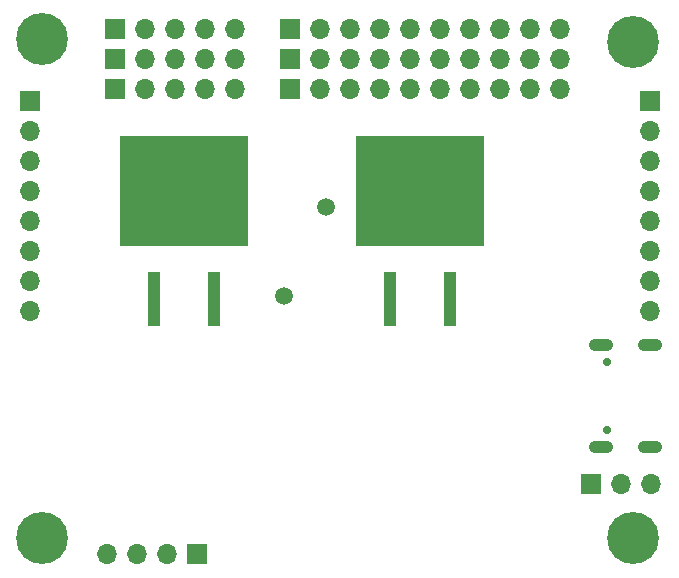
<source format=gbs>
G04 #@! TF.GenerationSoftware,KiCad,Pcbnew,(6.0.11)*
G04 #@! TF.CreationDate,2023-03-15T17:37:52+01:00*
G04 #@! TF.ProjectId,ProtoBoard,50726f74-6f42-46f6-9172-642e6b696361,rev?*
G04 #@! TF.SameCoordinates,Original*
G04 #@! TF.FileFunction,Soldermask,Bot*
G04 #@! TF.FilePolarity,Negative*
%FSLAX46Y46*%
G04 Gerber Fmt 4.6, Leading zero omitted, Abs format (unit mm)*
G04 Created by KiCad (PCBNEW (6.0.11)) date 2023-03-15 17:37:52*
%MOMM*%
%LPD*%
G01*
G04 APERTURE LIST*
%ADD10R,1.700000X1.700000*%
%ADD11O,1.700000X1.700000*%
%ADD12C,4.400000*%
%ADD13C,0.700000*%
%ADD14O,2.100000X1.050000*%
%ADD15C,1.500000*%
%ADD16R,1.100000X4.600000*%
%ADD17R,10.800000X9.400000*%
G04 APERTURE END LIST*
D10*
X71600000Y-66190000D03*
D11*
X74140000Y-66190000D03*
X76680000Y-66190000D03*
X79220000Y-66190000D03*
X81760000Y-66190000D03*
X84300000Y-66190000D03*
X86840000Y-66190000D03*
X89380000Y-66190000D03*
X91920000Y-66190000D03*
X94460000Y-66190000D03*
D10*
X56825000Y-68730000D03*
D11*
X59365000Y-68730000D03*
X61905000Y-68730000D03*
X64445000Y-68730000D03*
X66985000Y-68730000D03*
D10*
X71600000Y-68730000D03*
D11*
X74140000Y-68730000D03*
X76680000Y-68730000D03*
X79220000Y-68730000D03*
X81760000Y-68730000D03*
X84300000Y-68730000D03*
X86840000Y-68730000D03*
X89380000Y-68730000D03*
X91920000Y-68730000D03*
X94460000Y-68730000D03*
D10*
X71600000Y-63650000D03*
D11*
X74140000Y-63650000D03*
X76680000Y-63650000D03*
X79220000Y-63650000D03*
X81760000Y-63650000D03*
X84300000Y-63650000D03*
X86840000Y-63650000D03*
X89380000Y-63650000D03*
X91920000Y-63650000D03*
X94460000Y-63650000D03*
D10*
X102150000Y-69750000D03*
D11*
X102150000Y-72290000D03*
X102150000Y-74830000D03*
X102150000Y-77370000D03*
X102150000Y-79910000D03*
X102150000Y-82450000D03*
X102150000Y-84990000D03*
X102150000Y-87530000D03*
D12*
X50650000Y-64550000D03*
D10*
X56825000Y-66190000D03*
D11*
X59365000Y-66190000D03*
X61905000Y-66190000D03*
X64445000Y-66190000D03*
X66985000Y-66190000D03*
D10*
X56825000Y-63650000D03*
D11*
X59365000Y-63650000D03*
X61905000Y-63650000D03*
X64445000Y-63650000D03*
X66985000Y-63650000D03*
D10*
X97150000Y-102250000D03*
D11*
X99690000Y-102250000D03*
X102230000Y-102250000D03*
D12*
X50650000Y-106750000D03*
D10*
X49650000Y-69750000D03*
D11*
X49650000Y-72290000D03*
X49650000Y-74830000D03*
X49650000Y-77370000D03*
X49650000Y-79910000D03*
X49650000Y-82450000D03*
X49650000Y-84990000D03*
X49650000Y-87530000D03*
D13*
X98500000Y-91860000D03*
X98500000Y-97640000D03*
D14*
X97970000Y-99070000D03*
X97970000Y-90430000D03*
X102150000Y-99070000D03*
X102150000Y-90430000D03*
D12*
X100650000Y-64750000D03*
D10*
X63750000Y-108150000D03*
D11*
X61210000Y-108150000D03*
X58670000Y-108150000D03*
X56130000Y-108150000D03*
D12*
X100650000Y-106750000D03*
D15*
X74650000Y-78750000D03*
X71150000Y-86250000D03*
D16*
X85190000Y-86525000D03*
D17*
X82650000Y-77375000D03*
D16*
X80110000Y-86525000D03*
X65190000Y-86525000D03*
D17*
X62650000Y-77375000D03*
D16*
X60110000Y-86525000D03*
M02*

</source>
